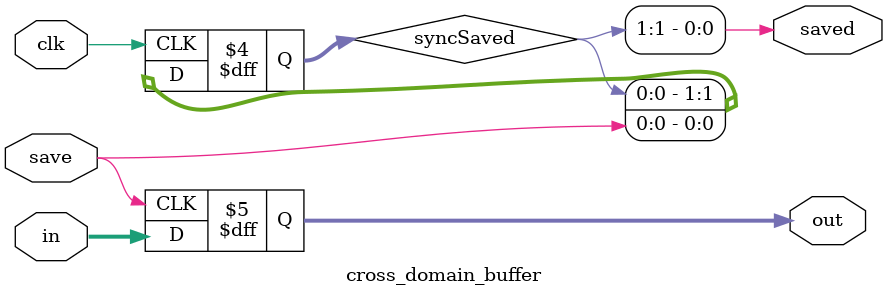
<source format=v>
module cross_domain_buffer(
   input wire clk,
	input wire [31:0] in,
	input wire save,	
	output reg [31:0] out = 0,
   output wire saved
);

always @(posedge save) 
   begin
      out <= in;      
   end

reg [1:0] syncSaved;
   
always @(posedge clk)
   begin
      syncSaved[0] <= save;
      syncSaved[1] <= syncSaved[0];
   end
 
 assign saved = syncSaved[1];

endmodule

</source>
